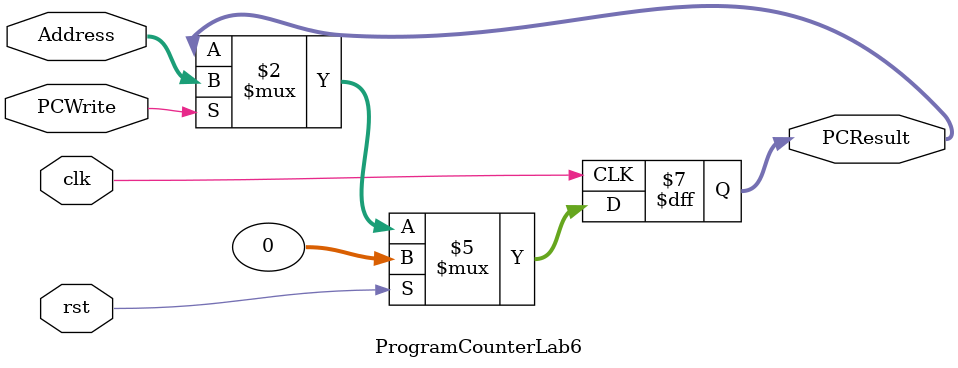
<source format=v>
`timescale 1ns / 1ps


module ProgramCounterLab6(

    input [31:0] Address,
    input rst, clk,
    
    input PCWrite,
    
    output reg [31:0] PCResult
    
    );
    
    always @(posedge clk) begin
    
        if (rst) begin
            PCResult <= 0;
        end
        
        else begin
            if (PCWrite) begin
                PCResult <= Address;
            end
        end
 
    end
    
endmodule

</source>
